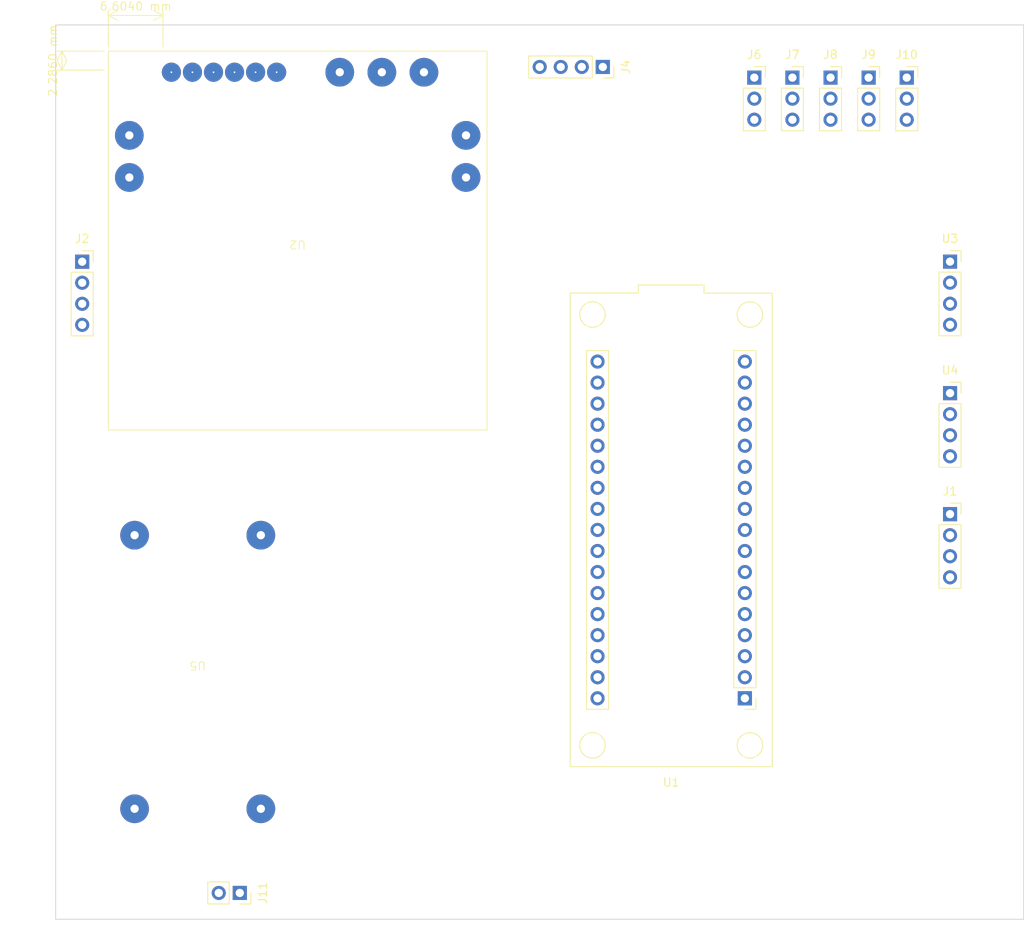
<source format=kicad_pcb>
(kicad_pcb (version 20221018) (generator pcbnew)
  (layers (0 "F.Cu" signal) (31 "B.Cu" signal) (34 "B.Paste" user) (35 "F.Paste" user) (36 "B.SilkS" user "B.Silkscreen") (37 "F.SilkS" user "F.Silkscreen") (38 "B.Mask" user) (39 "F.Mask" user) (44 "Edge.Cuts" user))
  (net 0 "")
  (net 1 "/5v")
  (net 2 "/UART_TX")
  (net 3 "/UART_RX")
  (net 4 "GND")
  (net 5 "/Enc_R_A")
  (net 6 "/Enc_R_B")
  (net 7 "/M_OUT_R_1")
  (net 8 "/Enc_L_A")
  (net 9 "/Enc_L_B")
  (net 10 "/P_S_1")
  (net 11 "/P_S_2")
  (net 12 "/P_S_3")
  (net 13 "/P_S_4")
  (net 14 "/P_S_5")
  (net 15 "/12v")
  (footprint "Connector_PinSocket_2.54mm:PinSocket_1x03_P2.54mm_Vertical" (layer "F.Cu") (at 250.85 54.625)
    (fp_text reference "J7" (at 0 -2.77) (layer "F.SilkS"))
    (fp_text value "Servo2")
    (fp_line (start -1.33 1.27) (end -1.33 6.41) (stroke (width 0.12)) (layer "F.SilkS"))
    (fp_line (start -1.33 1.27) (end 1.33 1.27) (stroke (width 0.12)) (layer "F.SilkS"))
    (fp_line (start -1.33 6.41) (end 1.33 6.41) (stroke (width 0.12)) (layer "F.SilkS"))
    (fp_line (start 0 -1.33) (end 1.33 -1.33) (stroke (width 0.12)) (layer "F.SilkS"))
    (fp_line (start 1.33 -1.33) (end 1.33 0) (stroke (width 0.12)) (layer "F.SilkS"))
    (fp_line (start 1.33 1.27) (end 1.33 6.41) (stroke (width 0.12)) (layer "F.SilkS"))
    (pad "1" thru_hole rect (at 0 0) (size 1.7 1.7) (drill 1) (layers "*.Cu" "*.Mask") (net 4 "GND"))
    (pad "2" thru_hole oval (at 0 2.54) (size 1.7 1.7) (drill 1) (layers "*.Cu" "*.Mask") (net 1 "/5v"))
    (pad "3" thru_hole oval (at 0 5.08) (size 1.7 1.7) (drill 1) (layers "*.Cu" "*.Mask") (net 11 "/P_S_2"))
  )
  (footprint "Connector_PinSocket_2.54mm:PinSocket_1x03_P2.54mm_Vertical" (layer "F.Cu") (at 264.65 54.625)
    (fp_text reference "J10" (at 0 -2.77) (layer "F.SilkS"))
    (fp_text value "Servo1")
    (fp_line (start -1.33 1.27) (end -1.33 6.41) (stroke (width 0.12)) (layer "F.SilkS"))
    (fp_line (start -1.33 1.27) (end 1.33 1.27) (stroke (width 0.12)) (layer "F.SilkS"))
    (fp_line (start -1.33 6.41) (end 1.33 6.41) (stroke (width 0.12)) (layer "F.SilkS"))
    (fp_line (start 0 -1.33) (end 1.33 -1.33) (stroke (width 0.12)) (layer "F.SilkS"))
    (fp_line (start 1.33 -1.33) (end 1.33 0) (stroke (width 0.12)) (layer "F.SilkS"))
    (fp_line (start 1.33 1.27) (end 1.33 6.41) (stroke (width 0.12)) (layer "F.SilkS"))
    (pad "1" thru_hole rect (at 0 0) (size 1.7 1.7) (drill 1) (layers "*.Cu" "*.Mask") (net 4 "GND"))
    (pad "2" thru_hole oval (at 0 2.54) (size 1.7 1.7) (drill 1) (layers "*.Cu" "*.Mask") (net 1 "/5v"))
    (pad "3" thru_hole oval (at 0 5.08) (size 1.7 1.7) (drill 1) (layers "*.Cu" "*.Mask") (net 14 "/P_S_5"))
  )
  (footprint "Connector_PinSocket_2.54mm:PinSocket_1x04_P2.54mm_Vertical" (layer "F.Cu") (at 165.125 76.845)
    (fp_text reference "J2" (at 0 -2.77) (layer "F.SilkS"))
    (fp_text value "Encoder R")
    (fp_line (start -1.33 1.27) (end -1.33 8.95) (stroke (width 0.12)) (layer "F.SilkS"))
    (fp_line (start -1.33 1.27) (end 1.33 1.27) (stroke (width 0.12)) (layer "F.SilkS"))
    (fp_line (start -1.33 8.95) (end 1.33 8.95) (stroke (width 0.12)) (layer "F.SilkS"))
    (fp_line (start 0 -1.33) (end 1.33 -1.33) (stroke (width 0.12)) (layer "F.SilkS"))
    (fp_line (start 1.33 -1.33) (end 1.33 0) (stroke (width 0.12)) (layer "F.SilkS"))
    (fp_line (start 1.33 1.27) (end 1.33 8.95) (stroke (width 0.12)) (layer "F.SilkS"))
    (pad "1" thru_hole rect (at 0 0) (size 1.7 1.7) (drill 1) (layers "*.Cu" "*.Mask") (net 1 "/5v"))
    (pad "2" thru_hole oval (at 0 2.54) (size 1.7 1.7) (drill 1) (layers "*.Cu" "*.Mask") (net 5 "/Enc_R_A"))
    (pad "3" thru_hole oval (at 0 5.08) (size 1.7 1.7) (drill 1) (layers "*.Cu" "*.Mask") (net 6 "/Enc_R_B"))
    (pad "4" thru_hole oval (at 0 7.62) (size 1.7 1.7) (drill 1) (layers "*.Cu" "*.Mask") (net 4 "GND"))
  )
  (footprint "User_Library:UBEC_POWER" (layer "F.Cu") (at 179.07 125.095 180)
    (fp_text reference "U5" (at 0 -0.5 180 unlocked) (layer "F.SilkS") (effects (font (thickness 0.1))))
    (fp_text value "~")
    (pad "1" thru_hole circle (at -7.62 -17.78 180) (size 3.465 3.465) (drill 1) (layers "*.Cu" "*.Mask"))
    (pad "2" thru_hole circle (at 7.62 -17.78 180) (size 3.465 3.465) (drill 1) (layers "*.Cu" "*.Mask"))
    (pad "3" thru_hole circle (at 7.62 15.24 180) (size 3.465 3.465) (drill 1) (layers "*.Cu" "*.Mask"))
    (pad "4" thru_hole circle (at -7.62 15.24 180) (size 3.465 3.465) (drill 1) (layers "*.Cu" "*.Mask"))
  )
  (footprint "Connector_PinSocket_2.54mm:PinSocket_1x04_P2.54mm_Vertical" (layer "F.Cu") (at 227.965 53.34 -90)
    (fp_text reference "J4" (at 0 -2.77 90) (layer "F.SilkS"))
    (fp_text value "Encoder L")
    (fp_line (start -1.33 1.27) (end -1.33 8.95) (stroke (width 0.12)) (layer "F.SilkS"))
    (fp_line (start -1.33 1.27) (end 1.33 1.27) (stroke (width 0.12)) (layer "F.SilkS"))
    (fp_line (start -1.33 8.95) (end 1.33 8.95) (stroke (width 0.12)) (layer "F.SilkS"))
    (fp_line (start 0 -1.33) (end 1.33 -1.33) (stroke (width 0.12)) (layer "F.SilkS"))
    (fp_line (start 1.33 -1.33) (end 1.33 0) (stroke (width 0.12)) (layer "F.SilkS"))
    (fp_line (start 1.33 1.27) (end 1.33 8.95) (stroke (width 0.12)) (layer "F.SilkS"))
    (pad "1" thru_hole rect (at 0 0 270) (size 1.7 1.7) (drill 1) (layers "*.Cu" "*.Mask") (net 1 "/5v"))
    (pad "2" thru_hole oval (at 0 2.54 270) (size 1.7 1.7) (drill 1) (layers "*.Cu" "*.Mask") (net 8 "/Enc_L_A"))
    (pad "3" thru_hole oval (at 0 5.08 270) (size 1.7 1.7) (drill 1) (layers "*.Cu" "*.Mask") (net 9 "/Enc_L_B"))
    (pad "4" thru_hole oval (at 0 7.62 270) (size 1.7 1.7) (drill 1) (layers "*.Cu" "*.Mask") (net 4 "GND"))
  )
  (footprint "Connector_PinSocket_2.54mm:PinSocket_1x04_P2.54mm_Vertical" (layer "F.Cu") (at 269.875 92.71)
    (fp_text reference "U4" (at 0 -2.77) (layer "F.SilkS"))
    (fp_text value "~")
    (fp_line (start -1.33 1.27) (end -1.33 8.95) (stroke (width 0.12)) (layer "F.SilkS"))
    (fp_line (start -1.33 1.27) (end 1.33 1.27) (stroke (width 0.12)) (layer "F.SilkS"))
    (fp_line (start -1.33 8.95) (end 1.33 8.95) (stroke (width 0.12)) (layer "F.SilkS"))
    (fp_line (start 0 -1.33) (end 1.33 -1.33) (stroke (width 0.12)) (layer "F.SilkS"))
    (fp_line (start 1.33 -1.33) (end 1.33 0) (stroke (width 0.12)) (layer "F.SilkS"))
    (fp_line (start 1.33 1.27) (end 1.33 8.95) (stroke (width 0.12)) (layer "F.SilkS"))
    (pad "1" thru_hole rect (at 0 0) (size 1.7 1.7) (drill 1) (layers "*.Cu" "*.Mask"))
    (pad "2" thru_hole oval (at 0 2.54) (size 1.7 1.7) (drill 1) (layers "*.Cu" "*.Mask"))
    (pad "3" thru_hole oval (at 0 5.08) (size 1.7 1.7) (drill 1) (layers "*.Cu" "*.Mask"))
    (pad "4" thru_hole oval (at 0 7.62) (size 1.7 1.7) (drill 1) (layers "*.Cu" "*.Mask"))
  )
  (footprint "Connector_PinSocket_2.54mm:PinSocket_1x03_P2.54mm_Vertical" (layer "F.Cu") (at 255.45 54.625)
    (fp_text reference "J8" (at 0 -2.77) (layer "F.SilkS"))
    (fp_text value "Servo3")
    (fp_line (start -1.33 1.27) (end -1.33 6.41) (stroke (width 0.12)) (layer "F.SilkS"))
    (fp_line (start -1.33 1.27) (end 1.33 1.27) (stroke (width 0.12)) (layer "F.SilkS"))
    (fp_line (start -1.33 6.41) (end 1.33 6.41) (stroke (width 0.12)) (layer "F.SilkS"))
    (fp_line (start 0 -1.33) (end 1.33 -1.33) (stroke (width 0.12)) (layer "F.SilkS"))
    (fp_line (start 1.33 -1.33) (end 1.33 0) (stroke (width 0.12)) (layer "F.SilkS"))
    (fp_line (start 1.33 1.27) (end 1.33 6.41) (stroke (width 0.12)) (layer "F.SilkS"))
    (pad "1" thru_hole rect (at 0 0) (size 1.7 1.7) (drill 1) (layers "*.Cu" "*.Mask") (net 4 "GND"))
    (pad "2" thru_hole oval (at 0 2.54) (size 1.7 1.7) (drill 1) (layers "*.Cu" "*.Mask") (net 1 "/5v"))
    (pad "3" thru_hole oval (at 0 5.08) (size 1.7 1.7) (drill 1) (layers "*.Cu" "*.Mask") (net 12 "/P_S_3"))
  )
  (footprint "Connector_PinSocket_2.54mm:PinSocket_1x03_P2.54mm_Vertical" (layer "F.Cu") (at 246.25 54.625)
    (fp_text reference "J6" (at 0 -2.77) (layer "F.SilkS"))
    (fp_text value "Servo1")
    (fp_line (start -1.33 1.27) (end -1.33 6.41) (stroke (width 0.12)) (layer "F.SilkS"))
    (fp_line (start -1.33 1.27) (end 1.33 1.27) (stroke (width 0.12)) (layer "F.SilkS"))
    (fp_line (start -1.33 6.41) (end 1.33 6.41) (stroke (width 0.12)) (layer "F.SilkS"))
    (fp_line (start 0 -1.33) (end 1.33 -1.33) (stroke (width 0.12)) (layer "F.SilkS"))
    (fp_line (start 1.33 -1.33) (end 1.33 0) (stroke (width 0.12)) (layer "F.SilkS"))
    (fp_line (start 1.33 1.27) (end 1.33 6.41) (stroke (width 0.12)) (layer "F.SilkS"))
    (pad "1" thru_hole rect (at 0 0) (size 1.7 1.7) (drill 1) (layers "*.Cu" "*.Mask") (net 4 "GND"))
    (pad "2" thru_hole oval (at 0 2.54) (size 1.7 1.7) (drill 1) (layers "*.Cu" "*.Mask") (net 1 "/5v"))
    (pad "3" thru_hole oval (at 0 5.08) (size 1.7 1.7) (drill 1) (layers "*.Cu" "*.Mask") (net 10 "/P_S_1"))
  )
  (footprint "BlackPill:YAAJ_BlackPill_2" (layer "F.Cu") (at 245.11 129.54 180)
    (fp_text reference "U1" (at 8.89 -10.16) (layer "F.SilkS"))
    (fp_text value "~" hide)
    (fp_line (start -3.302 -8.255) (end 21.082 -8.255) (stroke (width 0.12)) (layer "F.SilkS"))
    (fp_line (start -3.302 48.895) (end -3.302 -8.255) (stroke (width 0.12)) (layer "F.SilkS"))
    (fp_line (start -3.302 48.895) (end 4.9276 48.895) (stroke (width 0.12)) (layer "F.SilkS"))
    (fp_line (start -1.33 -1.33) (end -1.33 0) (stroke (width 0.12)) (layer "F.SilkS"))
    (fp_line (start -1.33 -1.33) (end 0 -1.33) (stroke (width 0.12)) (layer "F.SilkS"))
    (fp_line (start -1.33 1.27) (end -1.33 41.97) (stroke (width 0.12)) (layer "F.SilkS"))
    (fp_line (start -1.33 1.27) (end 1.33 1.27) (stroke (width 0.12)) (layer "F.SilkS"))
    (fp_line (start 1.33 1.27) (end 1.33 41.97) (stroke (width 0.12)) (layer "F.SilkS"))
    (fp_line (start 1.33 41.97) (end -1.33 41.97) (stroke (width 0.12)) (layer "F.SilkS"))
    (fp_line (start 4.9276 48.895) (end 4.9276 49.8856) (stroke (width 0.12)) (layer "F.SilkS"))
    (fp_line (start 4.9276 49.8856) (end 12.8524 49.8856) (stroke (width 0.12)) (layer "F.SilkS"))
    (fp_line (start 12.8524 48.9204) (end 21.082 48.9204) (stroke (width 0.12)) (layer "F.SilkS"))
    (fp_line (start 12.8524 49.8856) (end 12.8524 48.9204) (stroke (width 0.12)) (layer "F.SilkS"))
    (fp_line (start 16.45 -1.33) (end 16.45 41.97) (stroke (width 0.12)) (layer "F.SilkS"))
    (fp_line (start 16.45 -1.33) (end 19.11 -1.33) (stroke (width 0.12)) (layer "F.SilkS"))
    (fp_line (start 16.45 41.97) (end 19.11 41.97) (stroke (width 0.12)) (layer "F.SilkS"))
    (fp_line (start 19.11 -1.33) (end 19.11 41.97) (stroke (width 0.12)) (layer "F.SilkS"))
    (fp_line (start 21.082 -8.255) (end 21.082 48.895) (stroke (width 0.12)) (layer "F.SilkS"))
    (fp_circle (center -0.61 -5.68) (end 0.9275 -5.68) (stroke (width 0.12)) (fill none) (layer "F.SilkS"))
    (fp_circle (center -0.61 46.32) (end 0.9275 46.32) (stroke (width 0.12)) (fill none) (layer "F.SilkS"))
    (fp_circle (center 18.39 -5.68) (end 19.9275 -5.68) (stroke (width 0.12)) (fill none) (layer "F.SilkS"))
    (fp_circle (center 18.39 46.32) (end 19.9275 46.32) (stroke (width 0.12)) (fill none) (layer "F.SilkS"))
    (pad "1" thru_hole rect (at 0 0 180) (size 1.7 1.7) (drill 1) (layers "*.Cu" "*.Mask"))
    (pad "2" thru_hole circle (at 0 2.54 180) (size 1.7 1.7) (drill 1) (layers "*.Cu" "*.Mask"))
    (pad "3" thru_hole circle (at 0 5.08 180) (size 1.7 1.7) (drill 1) (layers "*.Cu" "*.Mask"))
    (pad "4" thru_hole circle (at 0 7.62 180) (size 1.7 1.7) (drill 1) (layers "*.Cu" "*.Mask"))
    (pad "5" thru_hole circle (at 0 10.16 180) (size 1.7 1.7) (drill 1) (layers "*.Cu" "*.Mask"))
    (pad "6" thru_hole circle (at 0 12.7 180) (size 1.7 1.7) (drill 1) (layers "*.Cu" "*.Mask"))
    (pad "7" thru_hole circle (at 0 15.24 180) (size 1.7 1.7) (drill 1) (layers "*.Cu" "*.Mask"))
    (pad "8" thru_hole circle (at 0 17.78 180) (size 1.7 1.7) (drill 1) (layers "*.Cu" "*.Mask"))
    (pad "9" thru_hole circle (at 0 20.32 180) (size 1.7 1.7) (drill 1) (layers "*.Cu" "*.Mask"))
    (pad "10" thru_hole circle (at 0 22.86 180) (size 1.7 1.7) (drill 1) (layers "*.Cu" "*.Mask"))
    (pad "11" thru_hole circle (at 0 25.4 180) (size 1.7 1.7) (drill 1) (layers "*.Cu" "*.Mask"))
    (pad "12" thru_hole circle (at 0 27.94 180) (size 1.7 1.7) (drill 1) (layers "*.Cu" "*.Mask"))
    (pad "13" thru_hole circle (at 0 30.48 180) (size 1.7 1.7) (drill 1) (layers "*.Cu" "*.Mask"))
    (pad "14" thru_hole circle (at 0 33.02 180) (size 1.7 1.7) (drill 1) (layers "*.Cu" "*.Mask"))
    (pad "15" thru_hole circle (at 0 35.56 180) (size 1.7 1.7) (drill 1) (layers "*.Cu" "*.Mask"))
    (pad "16" thru_hole circle (at 0 38.1 180) (size 1.7 1.7) (drill 1) (layers "*.Cu" "*.Mask"))
    (pad "17" thru_hole circle (at 0 40.64 180) (size 1.7 1.7) (drill 1) (layers "*.Cu" "*.Mask"))
    (pad "18" thru_hole circle (at 17.78 40.64 180) (size 1.7 1.7) (drill 1) (layers "*.Cu" "*.Mask"))
    (pad "19" thru_hole circle (at 17.78 38.1 180) (size 1.7 1.7) (drill 1) (layers "*.Cu" "*.Mask"))
    (pad "20" thru_hole circle (at 17.78 35.56 180) (size 1.7 1.7) (drill 1) (layers "*.Cu" "*.Mask"))
    (pad "21" thru_hole circle (at 17.78 33.02 180) (size 1.7 1.7) (drill 1) (layers "*.Cu" "*.Mask"))
    (pad "22" thru_hole circle (at 17.78 30.48 180) (size 1.7 1.7) (drill 1) (layers "*.Cu" "*.Mask"))
    (pad "23" thru_hole circle (at 17.78 27.94 180) (size 1.7 1.7) (drill 1) (layers "*.Cu" "*.Mask"))
    (pad "24" thru_hole circle (at 17.78 25.4 180) (size 1.7 1.7) (drill 1) (layers "*.Cu" "*.Mask"))
    (pad "25" thru_hole circle (at 17.78 22.86 180) (size 1.7 1.7) (drill 1) (layers "*.Cu" "*.Mask"))
    (pad "26" thru_hole circle (at 17.78 20.32 180) (size 1.7 1.7) (drill 1) (layers "*.Cu" "*.Mask"))
    (pad "27" thru_hole circle (at 17.78 17.78 180) (size 1.7 1.7) (drill 1) (layers "*.Cu" "*.Mask"))
    (pad "28" thru_hole circle (at 17.78 15.24 180) (size 1.7 1.7) (drill 1) (layers "*.Cu" "*.Mask"))
    (pad "29" thru_hole circle (at 17.78 12.7 180) (size 1.7 1.7) (drill 1) (layers "*.Cu" "*.Mask"))
    (pad "30" thru_hole circle (at 17.78 10.16 180) (size 1.7 1.7) (drill 1) (layers "*.Cu" "*.Mask"))
    (pad "31" thru_hole circle (at 17.78 7.62 180) (size 1.7 1.7) (drill 1) (layers "*.Cu" "*.Mask"))
    (pad "32" thru_hole circle (at 17.78 5.08 180) (size 1.7 1.7) (drill 1) (layers "*.Cu" "*.Mask"))
    (pad "33" thru_hole circle (at 17.78 2.54 180) (size 1.7 1.7) (drill 1) (layers "*.Cu" "*.Mask"))
    (pad "34" thru_hole circle (at 17.78 0 180) (size 1.7 1.7) (drill 1) (layers "*.Cu" "*.Mask"))
  )
  (footprint "User_Library:L298_Module" (layer "F.Cu") (at 191.135 74.295 180)
    (fp_text reference "U2" (at 0 -0.5 180 unlocked) (layer "F.SilkS") (effects (font (thickness 0.1))))
    (fp_text value "L298N")
    (fp_rect (start -22.86 -22.86) (end 22.86 22.86) (stroke (width 0.1)) (fill none) (layer "F.SilkS"))
    (dimension (type aligned) (layer "F.SilkS") (pts (xy 168.275 51.435) (xy 174.879 51.435)) (height -4.318) (gr_text "0,2600 in" (at 171.577 46.017) (layer "F.SilkS") (effects (font (size 1 1) (thickness 0.1)))) (format (prefix "") (suffix "") (units 3) (units_format 1) (precision 4)) (style (thickness 0.1) (arrow_length 1.27) (text_position_mode 0) (extension_height 0.58642) (extension_offset 0.5) keep_text_aligned))
    (dimension (type aligned) (layer "F.SilkS") (pts (xy 168.275 51.435) (xy 168.275 53.721)) (height 5.588) (gr_text "0,0900 in" (at 161.587 52.578 90) (layer "F.SilkS") (effects (font (size 1 1) (thickness 0.1)))) (format (prefix "") (suffix "") (units 3) (units_format 1) (precision 4)) (style (thickness 0.1) (arrow_length 1.27) (text_position_mode 0) (extension_height 0.58642) (extension_offset 0.5) keep_text_aligned))
    (pad "1" thru_hole circle (at 2.54 20.32 180) (size 2.31 2.31) (drill 0.2) (layers "*.Cu" "*.Mask"))
    (pad "1" thru_hole circle (at 5.08 20.32 180) (size 2.31 2.31) (drill 0.2) (layers "*.Cu" "*.Mask"))
    (pad "1" thru_hole circle (at 7.62 20.32 180) (size 2.31 2.31) (drill 0.2) (layers "*.Cu" "*.Mask"))
    (pad "1" thru_hole circle (at 10.16 20.32 180) (size 2.31 2.31) (drill 0.2) (layers "*.Cu" "*.Mask"))
    (pad "1" thru_hole circle (at 12.7 20.32 180) (size 2.31 2.31) (drill 0.2) (layers "*.Cu" "*.Mask"))
    (pad "1" thru_hole circle (at 15.24 20.32 180) (size 2.31 2.31) (drill 0.2) (layers "*.Cu" "*.Mask"))
    (pad "2" thru_hole circle (at -20.32 7.62 180) (size 3.465 3.465) (drill 1) (layers "*.Cu" "*.Mask") (net 7 "/M_OUT_R_1"))
    (pad "2" thru_hole circle (at -20.32 12.7 180) (size 3.465 3.465) (drill 1) (layers "*.Cu" "*.Mask") (net 7 "/M_OUT_R_1"))
    (pad "2" thru_hole circle (at -15.24 20.32 180) (size 3.465 3.465) (drill 1) (layers "*.Cu" "*.Mask") (net 7 "/M_OUT_R_1"))
    (pad "2" thru_hole circle (at -10.16 20.32 180) (size 3.465 3.465) (drill 1) (layers "*.Cu" "*.Mask") (net 7 "/M_OUT_R_1"))
    (pad "2" thru_hole circle (at -5.08 20.32 180) (size 3.465 3.465) (drill 1) (layers "*.Cu" "*.Mask") (net 7 "/M_OUT_R_1"))
    (pad "2" thru_hole circle (at 20.32 7.62 180) (size 3.465 3.465) (drill 1) (layers "*.Cu" "*.Mask") (net 7 "/M_OUT_R_1"))
    (pad "2" thru_hole circle (at 20.32 12.7 180) (size 3.465 3.465) (drill 1) (layers "*.Cu" "*.Mask") (net 7 "/M_OUT_R_1"))
  )
  (footprint "Connector_PinSocket_2.54mm:PinSocket_1x04_P2.54mm_Vertical" (layer "F.Cu") (at 269.875 76.835)
    (fp_text reference "U3" (at 0 -2.77) (layer "F.SilkS"))
    (fp_text value "~")
    (fp_line (start -1.33 1.27) (end -1.33 8.95) (stroke (width 0.12)) (layer "F.SilkS"))
    (fp_line (start -1.33 1.27) (end 1.33 1.27) (stroke (width 0.12)) (layer "F.SilkS"))
    (fp_line (start -1.33 8.95) (end 1.33 8.95) (stroke (width 0.12)) (layer "F.SilkS"))
    (fp_line (start 0 -1.33) (end 1.33 -1.33) (stroke (width 0.12)) (layer "F.SilkS"))
    (fp_line (start 1.33 -1.33) (end 1.33 0) (stroke (width 0.12)) (layer "F.SilkS"))
    (fp_line (start 1.33 1.27) (end 1.33 8.95) (stroke (width 0.12)) (layer "F.SilkS"))
    (pad "1" thru_hole rect (at 0 0) (size 1.7 1.7) (drill 1) (layers "*.Cu" "*.Mask"))
    (pad "2" thru_hole oval (at 0 2.54) (size 1.7 1.7) (drill 1) (layers "*.Cu" "*.Mask"))
    (pad "3" thru_hole oval (at 0 5.08) (size 1.7 1.7) (drill 1) (layers "*.Cu" "*.Mask"))
    (pad "4" thru_hole oval (at 0 7.62) (size 1.7 1.7) (drill 1) (layers "*.Cu" "*.Mask"))
  )
  (footprint "Connector_PinSocket_2.54mm:PinSocket_1x02_P2.54mm_Vertical" (layer "F.Cu") (at 184.15 153.035 -90)
    (fp_text reference "J11" (at 0 -2.77 90) (layer "F.SilkS"))
    (fp_text value "Power 12V")
    (fp_line (start -1.33 1.27) (end -1.33 3.87) (stroke (width 0.12)) (layer "F.SilkS"))
    (fp_line (start -1.33 1.27) (end 1.33 1.27) (stroke (width 0.12)) (layer "F.SilkS"))
    (fp_line (start -1.33 3.87) (end 1.33 3.87) (stroke (width 0.12)) (layer "F.SilkS"))
    (fp_line (start 0 -1.33) (end 1.33 -1.33) (stroke (width 0.12)) (layer "F.SilkS"))
    (fp_line (start 1.33 -1.33) (end 1.33 0) (stroke (width 0.12)) (layer "F.SilkS"))
    (fp_line (start 1.33 1.27) (end 1.33 3.87) (stroke (width 0.12)) (layer "F.SilkS"))
    (pad "1" thru_hole rect (at 0 0 270) (size 1.7 1.7) (drill 1) (layers "*.Cu" "*.Mask") (net 15 "/12v"))
    (pad "2" thru_hole oval (at 0 2.54 270) (size 1.7 1.7) (drill 1) (layers "*.Cu" "*.Mask") (net 4 "GND"))
  )
  (footprint "Connector_PinSocket_2.54mm:PinSocket_1x04_P2.54mm_Vertical" (layer "F.Cu") (at 269.875 107.315)
    (fp_text reference "J1" (at 0 -2.77) (layer "F.SilkS"))
    (fp_text value "Rasberry_to_stm")
    (fp_line (start -1.33 1.27) (end -1.33 8.95) (stroke (width 0.12)) (layer "F.SilkS"))
    (fp_line (start -1.33 1.27) (end 1.33 1.27) (stroke (width 0.12)) (layer "F.SilkS"))
    (fp_line (start -1.33 8.95) (end 1.33 8.95) (stroke (width 0.12)) (layer "F.SilkS"))
    (fp_line (start 0 -1.33) (end 1.33 -1.33) (stroke (width 0.12)) (layer "F.SilkS"))
    (fp_line (start 1.33 -1.33) (end 1.33 0) (stroke (width 0.12)) (layer "F.SilkS"))
    (fp_line (start 1.33 1.27) (end 1.33 8.95) (stroke (width 0.12)) (layer "F.SilkS"))
    (pad "1" thru_hole rect (at 0 0) (size 1.7 1.7) (drill 1) (layers "*.Cu" "*.Mask") (net 1 "/5v"))
    (pad "2" thru_hole oval (at 0 2.54) (size 1.7 1.7) (drill 1) (layers "*.Cu" "*.Mask") (net 2 "/UART_TX"))
    (pad "3" thru_hole oval (at 0 5.08) (size 1.7 1.7) (drill 1) (layers "*.Cu" "*.Mask") (net 3 "/UART_RX"))
    (pad "4" thru_hole oval (at 0 7.62) (size 1.7 1.7) (drill 1) (layers "*.Cu" "*.Mask") (net 4 "GND"))
  )
  (footprint "Connector_PinSocket_2.54mm:PinSocket_1x03_P2.54mm_Vertical" (layer "F.Cu") (at 260.05 54.625)
    (fp_text reference "J9" (at 0 -2.77) (layer "F.SilkS"))
    (fp_text value "Servo4")
    (fp_line (start -1.33 1.27) (end -1.33 6.41) (stroke (width 0.12)) (layer "F.SilkS"))
    (fp_line (start -1.33 1.27) (end 1.33 1.27) (stroke (width 0.12)) (layer "F.SilkS"))
    (fp_line (start -1.33 6.41) (end 1.33 6.41) (stroke (width 0.12)) (layer "F.SilkS"))
    (fp_line (start 0 -1.33) (end 1.33 -1.33) (stroke (width 0.12)) (layer "F.SilkS"))
    (fp_line (start 1.33 -1.33) (end 1.33 0) (stroke (width 0.12)) (layer "F.SilkS"))
    (fp_line (start 1.33 1.27) (end 1.33 6.41) (stroke (width 0.12)) (layer "F.SilkS"))
    (pad "1" thru_hole rect (at 0 0) (size 1.7 1.7) (drill 1) (layers "*.Cu" "*.Mask") (net 4 "GND"))
    (pad "2" thru_hole oval (at 0 2.54) (size 1.7 1.7) (drill 1) (layers "*.Cu" "*.Mask") (net 1 "/5v"))
    (pad "3" thru_hole oval (at 0 5.08) (size 1.7 1.7) (drill 1) (layers "*.Cu" "*.Mask") (net 13 "/P_S_4"))
  )
  (gr_rect (start 161.925 48.26) (end 278.765 156.21) (stroke (width 0.1)) (fill none) (layer "Edge.Cuts"))
)
</source>
